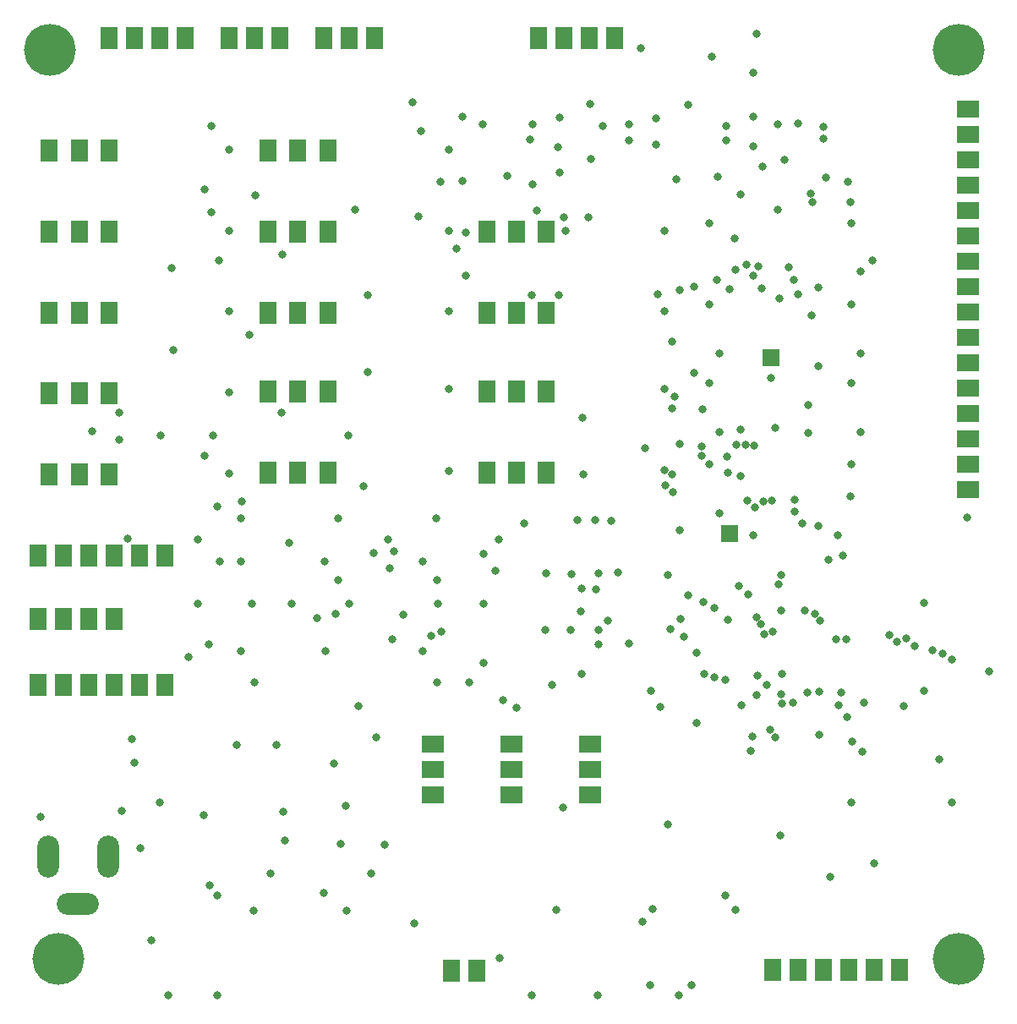
<source format=gbs>
G04*
G04 #@! TF.GenerationSoftware,Altium Limited,CircuitStudio,1.5.2 (30)*
G04*
G04 Layer_Color=16711935*
%FSLAX25Y25*%
%MOIN*%
G70*
G01*
G75*
%ADD75O,0.16535X0.08661*%
%ADD76O,0.08661X0.16535*%
%ADD77C,0.20472*%
%ADD78R,0.07087X0.08661*%
%ADD79R,0.08661X0.07087*%
%ADD80R,0.07087X0.07087*%
%ADD81C,0.03150*%
D75*
X28740Y39370D02*
D03*
D76*
X16929Y57874D02*
D03*
X40551D02*
D03*
D77*
X375984Y17717D02*
D03*
X20866D02*
D03*
X17717Y375984D02*
D03*
X375984D02*
D03*
D78*
X12992Y176772D02*
D03*
X22992D02*
D03*
X32992D02*
D03*
X42992D02*
D03*
X52992D02*
D03*
X62992D02*
D03*
X40945Y380709D02*
D03*
X50945D02*
D03*
X60945D02*
D03*
X70945D02*
D03*
X213386Y241339D02*
D03*
X201575D02*
D03*
X189764D02*
D03*
X185984Y12992D02*
D03*
X175984D02*
D03*
X12992Y151575D02*
D03*
X22992D02*
D03*
X32992D02*
D03*
X42992D02*
D03*
X12992Y125591D02*
D03*
X22992D02*
D03*
X32992D02*
D03*
X42992D02*
D03*
X52992D02*
D03*
X62992D02*
D03*
X302756Y13386D02*
D03*
X312756D02*
D03*
X322756D02*
D03*
X332756D02*
D03*
X342756D02*
D03*
X352756D02*
D03*
X210236Y380709D02*
D03*
X220236D02*
D03*
X230236D02*
D03*
X240236D02*
D03*
X40945Y272441D02*
D03*
X29134D02*
D03*
X17323D02*
D03*
X40945Y304331D02*
D03*
X29134D02*
D03*
X17323D02*
D03*
X40945Y336221D02*
D03*
X29134D02*
D03*
X17323D02*
D03*
X127165Y272441D02*
D03*
X115354D02*
D03*
X103543D02*
D03*
X127165Y304331D02*
D03*
X115354D02*
D03*
X103543D02*
D03*
X127165Y336221D02*
D03*
X115354D02*
D03*
X103543D02*
D03*
X213386Y272441D02*
D03*
X201575D02*
D03*
X189764D02*
D03*
X213386Y304331D02*
D03*
X201575D02*
D03*
X189764D02*
D03*
X88189Y380709D02*
D03*
X98189D02*
D03*
X108189D02*
D03*
X125591Y380709D02*
D03*
X135591D02*
D03*
X145591D02*
D03*
X40945Y208661D02*
D03*
X29134D02*
D03*
X17323D02*
D03*
X40945Y240551D02*
D03*
X29134D02*
D03*
X17323D02*
D03*
X127165Y209449D02*
D03*
X115354D02*
D03*
X103543D02*
D03*
X127165Y241339D02*
D03*
X115354D02*
D03*
X103543D02*
D03*
X213386Y209449D02*
D03*
X201575D02*
D03*
X189764D02*
D03*
D79*
X168504Y102362D02*
D03*
Y92362D02*
D03*
Y82362D02*
D03*
X379528Y202756D02*
D03*
Y212756D02*
D03*
Y222756D02*
D03*
Y232756D02*
D03*
Y242756D02*
D03*
Y252756D02*
D03*
Y262756D02*
D03*
Y272756D02*
D03*
Y282756D02*
D03*
Y292756D02*
D03*
Y302756D02*
D03*
Y312756D02*
D03*
Y322756D02*
D03*
Y332756D02*
D03*
Y342756D02*
D03*
Y352756D02*
D03*
X199606Y102362D02*
D03*
Y92362D02*
D03*
Y82362D02*
D03*
X230709Y102362D02*
D03*
Y92362D02*
D03*
Y82362D02*
D03*
D80*
X301969Y254528D02*
D03*
X285728Y185138D02*
D03*
D81*
X218406Y279331D02*
D03*
X207579D02*
D03*
X294685Y105217D02*
D03*
X232776Y163386D02*
D03*
X227264Y163583D02*
D03*
X226772Y154626D02*
D03*
X76083Y183071D02*
D03*
X285433Y281594D02*
D03*
X280709Y285236D02*
D03*
X329429Y122638D02*
D03*
X262894Y261122D02*
D03*
X284596Y215551D02*
D03*
X296850Y290551D02*
D03*
X289862Y318898D02*
D03*
X207087Y340650D02*
D03*
X262992Y234646D02*
D03*
X355413Y143799D02*
D03*
X81398Y312008D02*
D03*
X230709Y354528D02*
D03*
X269094Y354232D02*
D03*
X188189Y346555D02*
D03*
X137992Y313090D02*
D03*
X109350Y295177D02*
D03*
X84153Y292913D02*
D03*
X81299Y345965D02*
D03*
X163976Y344094D02*
D03*
X160531Y355413D02*
D03*
X217913Y337500D02*
D03*
X231004Y332874D02*
D03*
X304429Y346752D02*
D03*
X142913Y279232D02*
D03*
X298622Y329921D02*
D03*
X323622Y325492D02*
D03*
X317717Y319390D02*
D03*
X280906Y325984D02*
D03*
X197835Y326181D02*
D03*
X264469Y324902D02*
D03*
X96161Y263779D02*
D03*
X312500Y346949D02*
D03*
X307283Y332677D02*
D03*
X298425Y281890D02*
D03*
X271654Y282480D02*
D03*
X162992Y310335D02*
D03*
X171752Y324016D02*
D03*
X177854Y297539D02*
D03*
X292126Y291339D02*
D03*
X287894Y289272D02*
D03*
X287598Y301673D02*
D03*
X230020Y309941D02*
D03*
X235728Y345866D02*
D03*
X181496Y304035D02*
D03*
Y286910D02*
D03*
X227559Y230807D02*
D03*
X265945Y220571D02*
D03*
X142815Y248819D02*
D03*
X108957Y232972D02*
D03*
X61122Y224114D02*
D03*
X111909Y181693D02*
D03*
X151476Y171653D02*
D03*
X145374Y177657D02*
D03*
X171850Y146653D02*
D03*
X44980Y233071D02*
D03*
X34252Y225787D02*
D03*
X48130Y183169D02*
D03*
X153347Y178347D02*
D03*
X193405Y170472D02*
D03*
X78543Y216043D02*
D03*
X227953Y208760D02*
D03*
X238976Y190157D02*
D03*
X241732Y170079D02*
D03*
X135138Y223819D02*
D03*
X81890D02*
D03*
X44980Y222441D02*
D03*
X122835Y151870D02*
D03*
X152657Y143602D02*
D03*
X167913Y145079D02*
D03*
X170276Y126575D02*
D03*
X183071D02*
D03*
X66240Y257480D02*
D03*
X78642Y320965D02*
D03*
X304626Y313090D02*
D03*
X310925Y285433D02*
D03*
X305413Y277953D02*
D03*
X316535Y235925D02*
D03*
X98524Y318701D02*
D03*
X220177Y309941D02*
D03*
X221063Y304528D02*
D03*
X317913Y271161D02*
D03*
X209547Y312598D02*
D03*
X308760Y290453D02*
D03*
X295079Y287008D02*
D03*
X65453Y289961D02*
D03*
X274508Y219685D02*
D03*
X289764Y207972D02*
D03*
X232579Y190650D02*
D03*
X225492Y190748D02*
D03*
X237598Y150886D02*
D03*
X294980Y367028D02*
D03*
X296260Y382185D02*
D03*
X341929Y292913D02*
D03*
X312697Y279724D02*
D03*
X302067Y246654D02*
D03*
X303740Y226969D02*
D03*
X318110Y316043D02*
D03*
X333268D02*
D03*
X257283Y279626D02*
D03*
X263090Y208563D02*
D03*
X271752Y248622D02*
D03*
X170177Y167028D02*
D03*
X245965Y141831D02*
D03*
X131201Y166831D02*
D03*
X130413Y153642D02*
D03*
X156791Y153445D02*
D03*
X196161Y119488D02*
D03*
X139272Y117323D02*
D03*
X194587Y183071D02*
D03*
X98327Y126476D02*
D03*
X150984Y182874D02*
D03*
X141339Y203839D02*
D03*
X263189Y201575D02*
D03*
X265945Y186713D02*
D03*
X274803Y234252D02*
D03*
X289862Y226181D02*
D03*
X288386Y220177D02*
D03*
X292028Y220374D02*
D03*
X295669Y195669D02*
D03*
X298917Y198031D02*
D03*
X302362Y198425D02*
D03*
X314173Y189173D02*
D03*
X311417Y198622D02*
D03*
X295276Y220079D02*
D03*
X264075Y239173D02*
D03*
X320571Y188287D02*
D03*
X311122Y193996D02*
D03*
X252362Y218799D02*
D03*
X284941Y209350D02*
D03*
X292520Y198130D02*
D03*
X260236Y204429D02*
D03*
X275098Y158169D02*
D03*
X324606Y175098D02*
D03*
X330413Y176575D02*
D03*
X302756Y146653D02*
D03*
X321358Y150984D02*
D03*
X306201Y129823D02*
D03*
X262106Y147539D02*
D03*
X279724Y156004D02*
D03*
X204724Y189370D02*
D03*
X292913Y161417D02*
D03*
X315354Y155020D02*
D03*
X305807Y154921D02*
D03*
X319291Y153740D02*
D03*
X215650Y125787D02*
D03*
X289173Y164665D02*
D03*
X72244Y136614D02*
D03*
X261122Y70571D02*
D03*
X293996Y99606D02*
D03*
X306201Y118209D02*
D03*
X254724Y123130D02*
D03*
X320669Y282382D02*
D03*
Y251279D02*
D03*
X304921Y165256D02*
D03*
X316732Y225098D02*
D03*
X278543Y373130D02*
D03*
X250590Y376575D02*
D03*
X333268Y199902D02*
D03*
X274606Y216043D02*
D03*
X265945Y281299D02*
D03*
X269094Y161024D02*
D03*
X299114Y145472D02*
D03*
X296161Y152264D02*
D03*
X298031Y149606D02*
D03*
X258169Y117028D02*
D03*
X285039Y151378D02*
D03*
X316240Y122736D02*
D03*
X80118Y141535D02*
D03*
X213189Y169488D02*
D03*
X212894Y147244D02*
D03*
X267520Y144488D02*
D03*
X305807Y121850D02*
D03*
X129626Y94488D02*
D03*
X146358Y104921D02*
D03*
X275590Y130118D02*
D03*
X279724Y128740D02*
D03*
X296358Y121653D02*
D03*
X296457Y129232D02*
D03*
X283858Y127756D02*
D03*
Y42520D02*
D03*
X300197Y125787D02*
D03*
X287795Y36909D02*
D03*
X379331Y191732D02*
D03*
X327756Y143701D02*
D03*
X331693D02*
D03*
X310531Y118602D02*
D03*
X320866Y122835D02*
D03*
X342520Y55315D02*
D03*
X109547Y75689D02*
D03*
X78150Y74213D02*
D03*
X45866Y75984D02*
D03*
X57677Y24803D02*
D03*
X328445Y117717D02*
D03*
X331890Y112795D02*
D03*
X338583Y118602D02*
D03*
X325098Y50000D02*
D03*
X333957Y103150D02*
D03*
X368110Y96161D02*
D03*
X337894Y99410D02*
D03*
X301476Y107874D02*
D03*
X303445Y105118D02*
D03*
X387992Y131102D02*
D03*
X373228Y135728D02*
D03*
X369685Y137795D02*
D03*
X365650Y139370D02*
D03*
X358661Y141043D02*
D03*
X351673Y142520D02*
D03*
X348524Y145177D02*
D03*
X362303Y123130D02*
D03*
X270472Y7185D02*
D03*
X254232D02*
D03*
X217323Y37008D02*
D03*
X194882Y17913D02*
D03*
X220079Y77165D02*
D03*
X255374Y37146D02*
D03*
X126378Y138976D02*
D03*
X164567D02*
D03*
X92913D02*
D03*
X125984Y174409D02*
D03*
X164567D02*
D03*
X92913D02*
D03*
X84646D02*
D03*
X83465Y196063D02*
D03*
X93307Y198031D02*
D03*
X332283Y324016D02*
D03*
X259842Y304724D02*
D03*
Y272835D02*
D03*
Y242126D02*
D03*
Y210236D02*
D03*
X88189Y336614D02*
D03*
Y304724D02*
D03*
Y272835D02*
D03*
Y240945D02*
D03*
Y209055D02*
D03*
X174803Y336614D02*
D03*
Y304724D02*
D03*
Y272835D02*
D03*
Y242126D02*
D03*
Y209842D02*
D03*
X50000Y104331D02*
D03*
X134252Y77953D02*
D03*
X149606Y62598D02*
D03*
X161417Y31496D02*
D03*
X281496Y256299D02*
D03*
Y225197D02*
D03*
X337402D02*
D03*
Y256299D02*
D03*
Y288583D02*
D03*
X201575Y116535D02*
D03*
X281496Y193307D02*
D03*
X328346Y184646D02*
D03*
X294882D02*
D03*
X362205Y157874D02*
D03*
X290158Y117717D02*
D03*
X50787Y94882D02*
D03*
X110236Y64173D02*
D03*
X125591Y43701D02*
D03*
X132283Y62992D02*
D03*
X80709Y46457D02*
D03*
X134646Y36614D02*
D03*
X98032D02*
D03*
X53150Y61417D02*
D03*
X13780Y73622D02*
D03*
X61024Y79134D02*
D03*
X91339Y101969D02*
D03*
X107087D02*
D03*
X75984Y157480D02*
D03*
X97244D02*
D03*
X112992D02*
D03*
X135433D02*
D03*
X170472D02*
D03*
X188583D02*
D03*
X207874Y322835D02*
D03*
X180315Y324410D02*
D03*
Y349606D02*
D03*
X207874Y346457D02*
D03*
X218504Y349213D02*
D03*
Y327559D02*
D03*
X256693Y348819D02*
D03*
X246063Y346457D02*
D03*
X256693Y338583D02*
D03*
X246063Y340158D02*
D03*
X322441Y345669D02*
D03*
Y340945D02*
D03*
X284252Y340158D02*
D03*
Y346063D02*
D03*
X294882Y337795D02*
D03*
Y349606D02*
D03*
X333465Y307480D02*
D03*
X277559D02*
D03*
Y212598D02*
D03*
Y275590D02*
D03*
Y244488D02*
D03*
X333465Y212598D02*
D03*
Y244488D02*
D03*
Y275590D02*
D03*
X170079Y191339D02*
D03*
X131102D02*
D03*
X92913D02*
D03*
X64173Y3150D02*
D03*
X83465Y42520D02*
D03*
Y3150D02*
D03*
X207480D02*
D03*
X233465D02*
D03*
X265748D02*
D03*
X251181Y32283D02*
D03*
X104724Y51181D02*
D03*
X144095D02*
D03*
X188583Y134252D02*
D03*
X233858Y141732D02*
D03*
X222835Y147244D02*
D03*
X227165Y129921D02*
D03*
X188583Y177165D02*
D03*
X223228Y169291D02*
D03*
X233858Y147244D02*
D03*
X233858Y169685D02*
D03*
X261417Y168898D02*
D03*
X305906D02*
D03*
X320866Y105905D02*
D03*
X272441Y138189D02*
D03*
X354331Y117323D02*
D03*
X266142Y151575D02*
D03*
X272441Y110630D02*
D03*
X373228Y79134D02*
D03*
X333465D02*
D03*
X305512Y66142D02*
D03*
M02*

</source>
